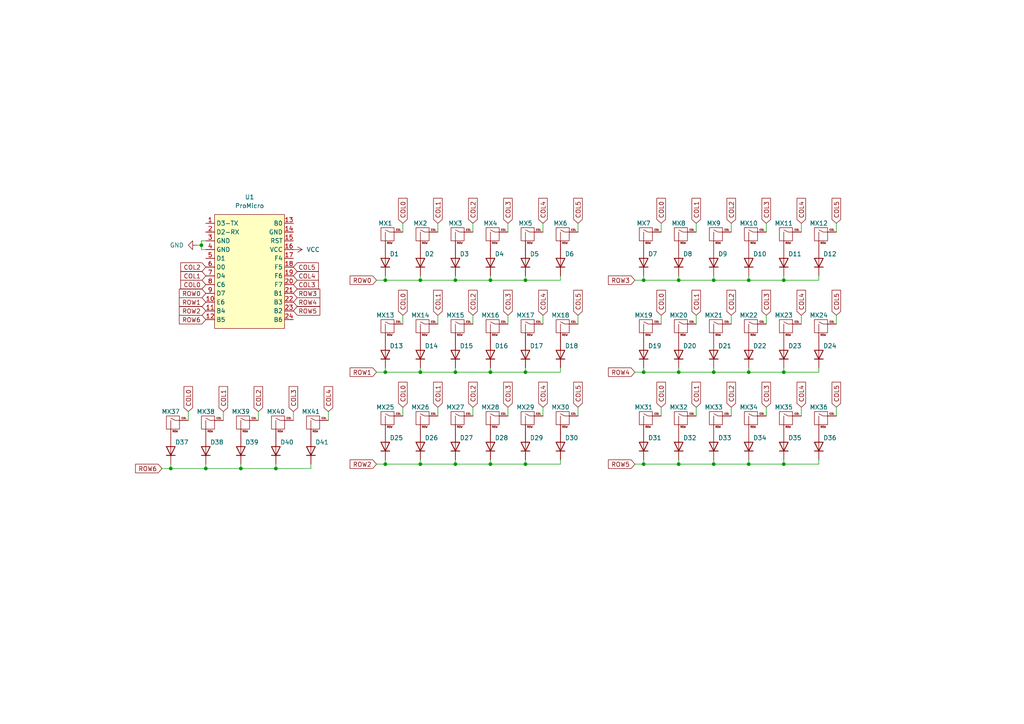
<source format=kicad_sch>
(kicad_sch (version 20230121) (generator eeschema)
  (paper "A4")
  (lib_symbols
    (symbol "Diode:1N4148" (pin_numbers hide) (pin_names hide)
      (property "Reference" "D" (at 0 2.54 0))
      (property "Value" "1N4148" (at 0 -2.54 0))
      (symbol "1N4148_0_1"
        (polyline (pts (xy -1.27 1.27) (xy -1.27 -1.27)) (stroke (width 0.254)))
        (polyline (pts (xy 1.27 0) (xy -1.27 0)))
        (polyline (pts (xy 1.27 1.27) (xy 1.27 -1.27) (xy -1.27 0) (xy 1.27 1.27)) (stroke (width 0.254)))
      )
      (symbol "1N4148_1_1"
        (pin passive line (at -3.81 0 0) (length 2.54) (name "K") (number "1"))
        (pin passive line (at 3.81 0 180) (length 2.54) (name "A") (number "2"))
      )
    )
    (symbol "PCM_0xcb:MX" (pin_names (offset 1.016))
      (property "Reference" "MX" (at -0.635 1.905 0))
      (property "Value" "MX" (at 0.635 0.635 0))
      (symbol "MX_1_0"
        (text "COL" (at 2.54 0.635 0) (effects (font (size 0.508 0.508))))
      )
      (symbol "MX_1_1"
        (polyline (pts (xy -1.27 -2.54) (xy -1.27 0)))
        (polyline (pts (xy 1.27 0) (xy 0 0) (xy -1.27 0.635)))
        (polyline (pts (xy -2.54 1.27) (xy 1.27 1.27) (xy 1.27 -2.54) (xy -2.54 -2.54) (xy -2.54 1.27)))
        (text "ROW" (at 0 -3.175 0) (effects (font (size 0.508 0.508))))
        (pin passive line (at 3.81 0 180) (length 2.54) (name "COL") (number "1"))
        (pin passive line (at -1.27 -5.08 90) (length 2.54) (name "ROW") (number "2"))
      )
    )
    (symbol "PCM_marbastlib-promicroish:Arduino_ProMicro" (in_bom no)
      (property "Reference" "U" (at 0 20.32 0))
      (property "Value" "ProMicro" (at 0 17.78 0))
      (symbol "Arduino_ProMicro_0_0"
        (pin bidirectional line (at -12.7 13.97 0) (length 2.54) (name "D3-TX") (number "1"))
        (pin bidirectional line (at -12.7 -8.89 0) (length 2.54) (name "E6") (number "10"))
        (pin bidirectional line (at -12.7 -11.43 0) (length 2.54) (name "B4") (number "11"))
        (pin bidirectional line (at -12.7 -13.97 0) (length 2.54) (name "B5") (number "12"))
        (pin power_out line (at 12.7 11.43 180) (length 2.54) (name "GND") (number "14"))
        (pin bidirectional line (at 12.7 8.89 180) (length 2.54) (name "RST") (number "15"))
        (pin bidirectional line (at 12.7 3.81 180) (length 2.54) (name "F4") (number "17"))
        (pin bidirectional line (at 12.7 1.27 180) (length 2.54) (name "F5") (number "18"))
        (pin bidirectional line (at 12.7 -1.27 180) (length 2.54) (name "F6") (number "19"))
        (pin bidirectional line (at -12.7 11.43 0) (length 2.54) (name "D2-RX") (number "2"))
        (pin bidirectional line (at 12.7 -3.81 180) (length 2.54) (name "F7") (number "20"))
        (pin bidirectional line (at 12.7 -6.35 180) (length 2.54) (name "B1") (number "21"))
        (pin bidirectional line (at 12.7 -8.89 180) (length 2.54) (name "B3") (number "22"))
        (pin bidirectional line (at 12.7 -11.43 180) (length 2.54) (name "B2") (number "23"))
        (pin bidirectional line (at 12.7 -13.97 180) (length 2.54) (name "B6") (number "24"))
        (pin power_out line (at -12.7 8.89 0) (length 2.54) (name "GND") (number "3"))
        (pin power_out line (at -12.7 6.35 0) (length 2.54) (name "GND") (number "4"))
        (pin bidirectional line (at -12.7 3.81 0) (length 2.54) (name "D1") (number "5"))
        (pin bidirectional line (at -12.7 1.27 0) (length 2.54) (name "D0") (number "6"))
        (pin bidirectional line (at -12.7 -1.27 0) (length 2.54) (name "D4") (number "7"))
        (pin bidirectional line (at -12.7 -3.81 0) (length 2.54) (name "C6") (number "8"))
        (pin bidirectional line (at -12.7 -6.35 0) (length 2.54) (name "D7") (number "9"))
      )
      (symbol "Arduino_ProMicro_1_0"
        (pin bidirectional line (at 12.7 13.97 180) (length 2.54) (name "B0") (number "13"))
        (pin power_out line (at 12.7 6.35 180) (length 2.54) (name "VCC") (number "16"))
      )
      (symbol "Arduino_ProMicro_1_1"
        (rectangle (start -10.16 16.51) (end 10.16 -16.51) (fill (type background)))
      )
    )
    (symbol "power:GND" (power) (pin_names (offset 0))
      (property "Value" "GND" (at 0 -3.81 0))
      (symbol "GND_0_1"
        (polyline (pts (xy 0 0) (xy 0 -1.27) (xy 1.27 -1.27) (xy 0 -2.54) (xy -1.27 -1.27) (xy 0 -1.27)))
      )
      (symbol "GND_1_1"
        (pin power_in line (at 0 0 270) (length 0) hide (name "GND") (number "1"))
      )
    )
    (symbol "power:VCC" (power) (pin_names (offset 0))
      (property "Value" "VCC" (at 0 3.81 0))
      (symbol "VCC_0_1"
        (polyline (pts (xy -0.762 1.27) (xy 0 2.54)))
        (polyline (pts (xy 0 0) (xy 0 2.54)))
        (polyline (pts (xy 0 2.54) (xy 0.762 1.27)))
      )
      (symbol "VCC_1_1"
        (pin power_in line (at 0 0 90) (length 0) hide (name "VCC") (number "1"))
      )
    )
  )
  (junction (at 152.4 81.28))
  (junction (at 80.01 135.89))
  (junction (at 207.01 134.62))
  (junction (at 217.17 81.28))
  (junction (at 49.53 135.89))
  (junction (at 69.85 135.89))
  (junction (at 207.01 107.95))
  (junction (at 111.76 107.95))
  (junction (at 58.42 71.12))
  (junction (at 227.33 107.95))
  (junction (at 196.85 134.62))
  (junction (at 121.92 81.28))
  (junction (at 196.85 81.28))
  (junction (at 121.92 134.62))
  (junction (at 196.85 107.95))
  (junction (at 111.76 134.62))
  (junction (at 121.92 107.95))
  (junction (at 142.24 134.62))
  (junction (at 186.69 134.62))
  (junction (at 217.17 107.95))
  (junction (at 152.4 107.95))
  (junction (at 227.33 134.62))
  (junction (at 217.17 134.62))
  (junction (at 132.08 81.28))
  (junction (at 152.4 134.62))
  (junction (at 111.76 81.28))
  (junction (at 132.08 134.62))
  (junction (at 227.33 81.28))
  (junction (at 207.01 81.28))
  (junction (at 142.24 107.95))
  (junction (at 186.69 107.95))
  (junction (at 142.24 81.28))
  (junction (at 59.69 135.89))
  (junction (at 132.08 107.95))
  (junction (at 186.69 81.28))
  (wire (pts (xy 49.53 135.89) (xy 46.99 135.89)))
  (wire (pts (xy 121.92 106.68) (xy 121.92 107.95)))
  (wire (pts (xy 217.17 134.62) (xy 227.33 134.62)))
  (wire (pts (xy 111.76 107.95) (xy 121.92 107.95)))
  (wire (pts (xy 127 64.77) (xy 127 67.31)))
  (wire (pts (xy 69.85 134.62) (xy 69.85 135.89)))
  (wire (pts (xy 95.25 119.38) (xy 95.25 121.92)))
  (wire (pts (xy 111.76 134.62) (xy 109.22 134.62)))
  (wire (pts (xy 59.69 134.62) (xy 59.69 135.89)))
  (wire (pts (xy 186.69 134.62) (xy 196.85 134.62)))
  (wire (pts (xy 152.4 133.35) (xy 152.4 134.62)))
  (wire (pts (xy 227.33 133.35) (xy 227.33 134.62)))
  (wire (pts (xy 80.01 135.89) (xy 90.17 135.89)))
  (wire (pts (xy 152.4 134.62) (xy 162.56 134.62)))
  (wire (pts (xy 74.93 119.38) (xy 74.93 121.92)))
  (wire (pts (xy 157.48 64.77) (xy 157.48 67.31)))
  (wire (pts (xy 147.32 118.11) (xy 147.32 120.65)))
  (wire (pts (xy 242.57 118.11) (xy 242.57 120.65)))
  (wire (pts (xy 186.69 133.35) (xy 186.69 134.62)))
  (wire (pts (xy 111.76 134.62) (xy 121.92 134.62)))
  (wire (pts (xy 217.17 107.95) (xy 227.33 107.95)))
  (wire (pts (xy 207.01 133.35) (xy 207.01 134.62)))
  (wire (pts (xy 232.41 64.77) (xy 232.41 67.31)))
  (wire (pts (xy 59.69 69.85) (xy 58.42 69.85)))
  (wire (pts (xy 207.01 134.62) (xy 217.17 134.62)))
  (wire (pts (xy 237.49 106.68) (xy 237.49 107.95)))
  (wire (pts (xy 121.92 107.95) (xy 132.08 107.95)))
  (wire (pts (xy 162.56 133.35) (xy 162.56 134.62)))
  (wire (pts (xy 90.17 134.62) (xy 90.17 135.89)))
  (wire (pts (xy 111.76 81.28) (xy 121.92 81.28)))
  (wire (pts (xy 242.57 64.77) (xy 242.57 67.31)))
  (wire (pts (xy 207.01 106.68) (xy 207.01 107.95)))
  (wire (pts (xy 222.25 118.11) (xy 222.25 120.65)))
  (wire (pts (xy 207.01 80.01) (xy 207.01 81.28)))
  (wire (pts (xy 111.76 80.01) (xy 111.76 81.28)))
  (wire (pts (xy 121.92 134.62) (xy 132.08 134.62)))
  (wire (pts (xy 111.76 133.35) (xy 111.76 134.62)))
  (wire (pts (xy 201.93 91.44) (xy 201.93 93.98)))
  (wire (pts (xy 111.76 106.68) (xy 111.76 107.95)))
  (wire (pts (xy 127 91.44) (xy 127 93.98)))
  (wire (pts (xy 162.56 80.01) (xy 162.56 81.28)))
  (wire (pts (xy 227.33 81.28) (xy 237.49 81.28)))
  (wire (pts (xy 142.24 80.01) (xy 142.24 81.28)))
  (wire (pts (xy 237.49 133.35) (xy 237.49 134.62)))
  (wire (pts (xy 80.01 134.62) (xy 80.01 135.89)))
  (wire (pts (xy 191.77 91.44) (xy 191.77 93.98)))
  (wire (pts (xy 116.84 118.11) (xy 116.84 120.65)))
  (wire (pts (xy 186.69 80.01) (xy 186.69 81.28)))
  (wire (pts (xy 196.85 107.95) (xy 207.01 107.95)))
  (wire (pts (xy 132.08 80.01) (xy 132.08 81.28)))
  (wire (pts (xy 142.24 134.62) (xy 152.4 134.62)))
  (wire (pts (xy 167.64 91.44) (xy 167.64 93.98)))
  (wire (pts (xy 59.69 72.39) (xy 58.42 72.39)))
  (wire (pts (xy 212.09 64.77) (xy 212.09 67.31)))
  (wire (pts (xy 157.48 91.44) (xy 157.48 93.98)))
  (wire (pts (xy 152.4 80.01) (xy 152.4 81.28)))
  (wire (pts (xy 222.25 64.77) (xy 222.25 67.31)))
  (wire (pts (xy 167.64 118.11) (xy 167.64 120.65)))
  (wire (pts (xy 132.08 107.95) (xy 142.24 107.95)))
  (wire (pts (xy 196.85 133.35) (xy 196.85 134.62)))
  (wire (pts (xy 217.17 81.28) (xy 227.33 81.28)))
  (wire (pts (xy 207.01 81.28) (xy 217.17 81.28)))
  (wire (pts (xy 49.53 135.89) (xy 59.69 135.89)))
  (wire (pts (xy 196.85 80.01) (xy 196.85 81.28)))
  (wire (pts (xy 132.08 133.35) (xy 132.08 134.62)))
  (wire (pts (xy 227.33 106.68) (xy 227.33 107.95)))
  (wire (pts (xy 186.69 134.62) (xy 184.15 134.62)))
  (wire (pts (xy 212.09 91.44) (xy 212.09 93.98)))
  (wire (pts (xy 116.84 91.44) (xy 116.84 93.98)))
  (wire (pts (xy 127 118.11) (xy 127 120.65)))
  (wire (pts (xy 191.77 64.77) (xy 191.77 67.31)))
  (wire (pts (xy 121.92 80.01) (xy 121.92 81.28)))
  (wire (pts (xy 59.69 135.89) (xy 69.85 135.89)))
  (wire (pts (xy 242.57 91.44) (xy 242.57 93.98)))
  (wire (pts (xy 227.33 134.62) (xy 237.49 134.62)))
  (wire (pts (xy 237.49 80.01) (xy 237.49 81.28)))
  (wire (pts (xy 186.69 107.95) (xy 184.15 107.95)))
  (wire (pts (xy 147.32 91.44) (xy 147.32 93.98)))
  (wire (pts (xy 157.48 118.11) (xy 157.48 120.65)))
  (wire (pts (xy 222.25 91.44) (xy 222.25 93.98)))
  (wire (pts (xy 227.33 107.95) (xy 237.49 107.95)))
  (wire (pts (xy 58.42 71.12) (xy 57.15 71.12)))
  (wire (pts (xy 132.08 134.62) (xy 142.24 134.62)))
  (wire (pts (xy 186.69 81.28) (xy 196.85 81.28)))
  (wire (pts (xy 137.16 118.11) (xy 137.16 120.65)))
  (wire (pts (xy 152.4 106.68) (xy 152.4 107.95)))
  (wire (pts (xy 217.17 80.01) (xy 217.17 81.28)))
  (wire (pts (xy 58.42 69.85) (xy 58.42 71.12)))
  (wire (pts (xy 54.61 119.38) (xy 54.61 121.92)))
  (wire (pts (xy 167.64 64.77) (xy 167.64 67.31)))
  (wire (pts (xy 111.76 107.95) (xy 109.22 107.95)))
  (wire (pts (xy 132.08 81.28) (xy 142.24 81.28)))
  (wire (pts (xy 232.41 91.44) (xy 232.41 93.98)))
  (wire (pts (xy 152.4 107.95) (xy 162.56 107.95)))
  (wire (pts (xy 212.09 118.11) (xy 212.09 120.65)))
  (wire (pts (xy 196.85 106.68) (xy 196.85 107.95)))
  (wire (pts (xy 227.33 80.01) (xy 227.33 81.28)))
  (wire (pts (xy 152.4 81.28) (xy 162.56 81.28)))
  (wire (pts (xy 116.84 64.77) (xy 116.84 67.31)))
  (wire (pts (xy 142.24 81.28) (xy 152.4 81.28)))
  (wire (pts (xy 186.69 106.68) (xy 186.69 107.95)))
  (wire (pts (xy 137.16 64.77) (xy 137.16 67.31)))
  (wire (pts (xy 201.93 64.77) (xy 201.93 67.31)))
  (wire (pts (xy 196.85 134.62) (xy 207.01 134.62)))
  (wire (pts (xy 217.17 106.68) (xy 217.17 107.95)))
  (wire (pts (xy 186.69 81.28) (xy 184.15 81.28)))
  (wire (pts (xy 201.93 118.11) (xy 201.93 120.65)))
  (wire (pts (xy 142.24 106.68) (xy 142.24 107.95)))
  (wire (pts (xy 147.32 64.77) (xy 147.32 67.31)))
  (wire (pts (xy 196.85 81.28) (xy 207.01 81.28)))
  (wire (pts (xy 85.09 119.38) (xy 85.09 121.92)))
  (wire (pts (xy 142.24 133.35) (xy 142.24 134.62)))
  (wire (pts (xy 111.76 81.28) (xy 109.22 81.28)))
  (wire (pts (xy 186.69 107.95) (xy 196.85 107.95)))
  (wire (pts (xy 162.56 106.68) (xy 162.56 107.95)))
  (wire (pts (xy 49.53 134.62) (xy 49.53 135.89)))
  (wire (pts (xy 121.92 133.35) (xy 121.92 134.62)))
  (wire (pts (xy 121.92 81.28) (xy 132.08 81.28)))
  (wire (pts (xy 232.41 118.11) (xy 232.41 120.65)))
  (wire (pts (xy 69.85 135.89) (xy 80.01 135.89)))
  (wire (pts (xy 207.01 107.95) (xy 217.17 107.95)))
  (wire (pts (xy 132.08 106.68) (xy 132.08 107.95)))
  (wire (pts (xy 64.77 119.38) (xy 64.77 121.92)))
  (wire (pts (xy 137.16 91.44) (xy 137.16 93.98)))
  (wire (pts (xy 217.17 133.35) (xy 217.17 134.62)))
  (wire (pts (xy 191.77 118.11) (xy 191.77 120.65)))
  (wire (pts (xy 58.42 72.39) (xy 58.42 71.12)))
  (wire (pts (xy 142.24 107.95) (xy 152.4 107.95)))
  (global_label "ROW3" (shape input) (at 85.09 85.09 0) (property "Intersheetrefs" "${INTERSHEET_REFS}" (effects hide)))
  (global_label "COL5" (shape input) (at 167.64 64.77 90) (property "Intersheetrefs" "${INTERSHEET_REFS}" (effects hide)))
  (global_label "ROW5" (shape input) (at 85.09 90.17 0) (property "Intersheetrefs" "${INTERSHEET_REFS}" (effects hide)))
  (global_label "COL2" (shape input) (at 137.16 91.44 90) (property "Intersheetrefs" "${INTERSHEET_REFS}" (effects hide)))
  (global_label "COL4" (shape input) (at 157.48 91.44 90) (property "Intersheetrefs" "${INTERSHEET_REFS}" (effects hide)))
  (global_label "COL2" (shape input) (at 212.09 91.44 90) (property "Intersheetrefs" "${INTERSHEET_REFS}" (effects hide)))
  (global_label "COL1" (shape input) (at 201.93 64.77 90) (property "Intersheetrefs" "${INTERSHEET_REFS}" (effects hide)))
  (global_label "COL3" (shape input) (at 222.25 118.11 90) (property "Intersheetrefs" "${INTERSHEET_REFS}" (effects hide)))
  (global_label "COL2" (shape input) (at 74.93 119.38 90) (property "Intersheetrefs" "${INTERSHEET_REFS}" (effects hide)))
  (global_label "ROW3" (shape input) (at 184.15 81.28 180) (property "Intersheetrefs" "${INTERSHEET_REFS}" (effects hide)))
  (global_label "COL4" (shape input) (at 232.41 64.77 90) (property "Intersheetrefs" "${INTERSHEET_REFS}" (effects hide)))
  (global_label "ROW0" (shape input) (at 59.69 85.09 180) (property "Intersheetrefs" "${INTERSHEET_REFS}" (effects hide)))
  (global_label "COL0" (shape input) (at 191.77 64.77 90) (property "Intersheetrefs" "${INTERSHEET_REFS}" (effects hide)))
  (global_label "COL4" (shape input) (at 157.48 118.11 90) (property "Intersheetrefs" "${INTERSHEET_REFS}" (effects hide)))
  (global_label "ROW1" (shape input) (at 59.69 87.63 180) (property "Intersheetrefs" "${INTERSHEET_REFS}" (effects hide)))
  (global_label "COL2" (shape input) (at 212.09 64.77 90) (property "Intersheetrefs" "${INTERSHEET_REFS}" (effects hide)))
  (global_label "COL5" (shape input) (at 85.09 77.47 0) (property "Intersheetrefs" "${INTERSHEET_REFS}" (effects hide)))
  (global_label "COL1" (shape input) (at 201.93 91.44 90) (property "Intersheetrefs" "${INTERSHEET_REFS}" (effects hide)))
  (global_label "COL0" (shape input) (at 116.84 118.11 90) (property "Intersheetrefs" "${INTERSHEET_REFS}" (effects hide)))
  (global_label "COL5" (shape input) (at 167.64 91.44 90) (property "Intersheetrefs" "${INTERSHEET_REFS}" (effects hide)))
  (global_label "COL2" (shape input) (at 59.69 77.47 180) (property "Intersheetrefs" "${INTERSHEET_REFS}" (effects hide)))
  (global_label "COL2" (shape input) (at 137.16 64.77 90) (property "Intersheetrefs" "${INTERSHEET_REFS}" (effects hide)))
  (global_label "COL5" (shape input) (at 242.57 64.77 90) (property "Intersheetrefs" "${INTERSHEET_REFS}" (effects hide)))
  (global_label "ROW5" (shape input) (at 184.15 134.62 180) (property "Intersheetrefs" "${INTERSHEET_REFS}" (effects hide)))
  (global_label "COL3" (shape input) (at 85.09 119.38 90) (property "Intersheetrefs" "${INTERSHEET_REFS}" (effects hide)))
  (global_label "COL3" (shape input) (at 85.09 82.55 0) (property "Intersheetrefs" "${INTERSHEET_REFS}" (effects hide)))
  (global_label "COL1" (shape input) (at 64.77 119.38 90) (property "Intersheetrefs" "${INTERSHEET_REFS}" (effects hide)))
  (global_label "COL3" (shape input) (at 222.25 64.77 90) (property "Intersheetrefs" "${INTERSHEET_REFS}" (effects hide)))
  (global_label "COL2" (shape input) (at 137.16 118.11 90) (property "Intersheetrefs" "${INTERSHEET_REFS}" (effects hide)))
  (global_label "COL4" (shape input) (at 95.25 119.38 90) (property "Intersheetrefs" "${INTERSHEET_REFS}" (effects hide)))
  (global_label "COL1" (shape input) (at 59.69 80.01 180) (property "Intersheetrefs" "${INTERSHEET_REFS}" (effects hide)))
  (global_label "ROW0" (shape input) (at 109.22 81.28 180) (property "Intersheetrefs" "${INTERSHEET_REFS}" (effects hide)))
  (global_label "ROW2" (shape input) (at 59.69 90.17 180) (property "Intersheetrefs" "${INTERSHEET_REFS}" (effects hide)))
  (global_label "COL4" (shape input) (at 232.41 91.44 90) (property "Intersheetrefs" "${INTERSHEET_REFS}" (effects hide)))
  (global_label "COL5" (shape input) (at 167.64 118.11 90) (property "Intersheetrefs" "${INTERSHEET_REFS}" (effects hide)))
  (global_label "COL2" (shape input) (at 212.09 118.11 90) (property "Intersheetrefs" "${INTERSHEET_REFS}" (effects hide)))
  (global_label "COL1" (shape input) (at 127 118.11 90) (property "Intersheetrefs" "${INTERSHEET_REFS}" (effects hide)))
  (global_label "ROW2" (shape input) (at 109.22 134.62 180) (property "Intersheetrefs" "${INTERSHEET_REFS}" (effects hide)))
  (global_label "COL1" (shape input) (at 127 91.44 90) (property "Intersheetrefs" "${INTERSHEET_REFS}" (effects hide)))
  (global_label "ROW4" (shape input) (at 184.15 107.95 180) (property "Intersheetrefs" "${INTERSHEET_REFS}" (effects hide)))
  (global_label "COL0" (shape input) (at 59.69 82.55 180) (property "Intersheetrefs" "${INTERSHEET_REFS}" (effects hide)))
  (global_label "COL4" (shape input) (at 85.09 80.01 0) (property "Intersheetrefs" "${INTERSHEET_REFS}" (effects hide)))
  (global_label "COL3" (shape input) (at 222.25 91.44 90) (property "Intersheetrefs" "${INTERSHEET_REFS}" (effects hide)))
  (global_label "ROW4" (shape input) (at 85.09 87.63 0) (property "Intersheetrefs" "${INTERSHEET_REFS}" (effects hide)))
  (global_label "COL5" (shape input) (at 242.57 118.11 90) (property "Intersheetrefs" "${INTERSHEET_REFS}" (effects hide)))
  (global_label "COL3" (shape input) (at 147.32 64.77 90) (property "Intersheetrefs" "${INTERSHEET_REFS}" (effects hide)))
  (global_label "COL0" (shape input) (at 116.84 64.77 90) (property "Intersheetrefs" "${INTERSHEET_REFS}" (effects hide)))
  (global_label "ROW6" (shape input) (at 59.69 92.71 180) (property "Intersheetrefs" "${INTERSHEET_REFS}" (effects hide)))
  (global_label "COL4" (shape input) (at 157.48 64.77 90) (property "Intersheetrefs" "${INTERSHEET_REFS}" (effects hide)))
  (global_label "COL3" (shape input) (at 147.32 118.11 90) (property "Intersheetrefs" "${INTERSHEET_REFS}" (effects hide)))
  (global_label "COL1" (shape input) (at 201.93 118.11 90) (property "Intersheetrefs" "${INTERSHEET_REFS}" (effects hide)))
  (global_label "COL0" (shape input) (at 191.77 118.11 90) (property "Intersheetrefs" "${INTERSHEET_REFS}" (effects hide)))
  (global_label "COL3" (shape input) (at 147.32 91.44 90) (property "Intersheetrefs" "${INTERSHEET_REFS}" (effects hide)))
  (global_label "COL0" (shape input) (at 191.77 91.44 90) (property "Intersheetrefs" "${INTERSHEET_REFS}" (effects hide)))
  (global_label "COL5" (shape input) (at 242.57 91.44 90) (property "Intersheetrefs" "${INTERSHEET_REFS}" (effects hide)))
  (global_label "COL1" (shape input) (at 127 64.77 90) (property "Intersheetrefs" "${INTERSHEET_REFS}" (effects hide)))
  (global_label "ROW6" (shape input) (at 46.99 135.89 180) (property "Intersheetrefs" "${INTERSHEET_REFS}" (effects hide)))
  (global_label "COL4" (shape input) (at 232.41 118.11 90) (property "Intersheetrefs" "${INTERSHEET_REFS}" (effects hide)))
  (global_label "ROW1" (shape input) (at 109.22 107.95 180) (property "Intersheetrefs" "${INTERSHEET_REFS}" (effects hide)))
  (global_label "COL0" (shape input) (at 116.84 91.44 90) (property "Intersheetrefs" "${INTERSHEET_REFS}" (effects hide)))
  (global_label "COL0" (shape input) (at 54.61 119.38 90) (property "Intersheetrefs" "${INTERSHEET_REFS}" (effects hide)))
  (symbol (lib_id "PCM_0xcb:MX") (at 198.12 120.65 0) (unit 1)
    (property "Reference" "MX32" (at 196.85 118.11 0))
    (property "Value" "MX" (effects hide))
    (property "Footprint" "MX_Solderable:MX-Solderable-1U" (effects hide))
  )
  (symbol (lib_id "PCM_0xcb:MX") (at 143.51 120.65 0) (unit 1)
    (property "Reference" "MX28" (at 142.24 118.11 0))
    (property "Value" "MX" (effects hide))
    (property "Footprint" "MX_Solderable:MX-Solderable-1U" (effects hide))
  )
  (symbol (lib_id "Diode:1N4148") (at 186.69 102.87 90) (unit 1)
    (property "Reference" "D19" (at 187.96 100.33 90) (effects (justify right)))
    (property "Value" "1N4148" (effects hide))
    (property "Footprint" "Diode_THT:D_DO-35_SOD27_P7.62mm_Horizontal" (effects hide))
    (property "Datasheet" "https://assets.nexperia.com/documents/data-sheet/1N4148_1N4448.pdf" (effects hide))
    (property "Sim.Device" "D" (effects hide))
    (property "Sim.Pins" "1=K 2=A" (effects hide))
  )
  (symbol (lib_id "Diode:1N4148") (at 207.01 129.54 90) (unit 1)
    (property "Reference" "D33" (at 208.28 127 90) (effects (justify right)))
    (property "Value" "1N4148" (effects hide))
    (property "Footprint" "Diode_THT:D_DO-35_SOD27_P7.62mm_Horizontal" (effects hide))
    (property "Datasheet" "https://assets.nexperia.com/documents/data-sheet/1N4148_1N4448.pdf" (effects hide))
    (property "Sim.Device" "D" (effects hide))
    (property "Sim.Pins" "1=K 2=A" (effects hide))
  )
  (symbol (lib_id "PCM_0xcb:MX") (at 208.28 67.31 0) (unit 1)
    (property "Reference" "MX9" (at 207.01 64.77 0))
    (property "Value" "MX" (effects hide))
    (property "Footprint" "MX_Solderable:MX-Solderable-1U" (effects hide))
  )
  (symbol (lib_id "Diode:1N4148") (at 90.17 130.81 90) (unit 1)
    (property "Reference" "D41" (at 91.44 128.27 90) (effects (justify right)))
    (property "Value" "1N4148" (effects hide))
    (property "Footprint" "Diode_THT:D_DO-35_SOD27_P7.62mm_Horizontal" (effects hide))
    (property "Datasheet" "https://assets.nexperia.com/documents/data-sheet/1N4148_1N4448.pdf" (effects hide))
    (property "Sim.Device" "D" (effects hide))
    (property "Sim.Pins" "1=K 2=A" (effects hide))
  )
  (symbol (lib_id "Diode:1N4148") (at 111.76 102.87 90) (unit 1)
    (property "Reference" "D13" (at 113.03 100.33 90) (effects (justify right)))
    (property "Value" "1N4148" (effects hide))
    (property "Footprint" "Diode_THT:D_DO-35_SOD27_P7.62mm_Horizontal" (effects hide))
    (property "Datasheet" "https://assets.nexperia.com/documents/data-sheet/1N4148_1N4448.pdf" (effects hide))
    (property "Sim.Device" "D" (effects hide))
    (property "Sim.Pins" "1=K 2=A" (effects hide))
  )
  (symbol (lib_id "Diode:1N4148") (at 186.69 129.54 90) (unit 1)
    (property "Reference" "D31" (at 187.96 127 90) (effects (justify right)))
    (property "Value" "1N4148" (effects hide))
    (property "Footprint" "Diode_THT:D_DO-35_SOD27_P7.62mm_Horizontal" (effects hide))
    (property "Datasheet" "https://assets.nexperia.com/documents/data-sheet/1N4148_1N4448.pdf" (effects hide))
    (property "Sim.Device" "D" (effects hide))
    (property "Sim.Pins" "1=K 2=A" (effects hide))
  )
  (symbol (lib_id "PCM_0xcb:MX") (at 198.12 93.98 0) (unit 1)
    (property "Reference" "MX20" (at 196.85 91.44 0))
    (property "Value" "MX" (effects hide))
    (property "Footprint" "MX_Solderable:MX-Solderable-1U" (effects hide))
  )
  (symbol (lib_id "Diode:1N4148") (at 59.69 130.81 90) (unit 1)
    (property "Reference" "D38" (at 60.96 128.27 90) (effects (justify right)))
    (property "Value" "1N4148" (effects hide))
    (property "Footprint" "Diode_THT:D_DO-35_SOD27_P7.62mm_Horizontal" (effects hide))
    (property "Datasheet" "https://assets.nexperia.com/documents/data-sheet/1N4148_1N4448.pdf" (effects hide))
    (property "Sim.Device" "D" (effects hide))
    (property "Sim.Pins" "1=K 2=A" (effects hide))
  )
  (symbol (lib_id "Diode:1N4148") (at 132.08 76.2 90) (unit 1)
    (property "Reference" "D3" (at 133.35 73.66 90) (effects (justify right)))
    (property "Value" "1N4148" (effects hide))
    (property "Footprint" "Diode_THT:D_DO-35_SOD27_P7.62mm_Horizontal" (effects hide))
    (property "Datasheet" "https://assets.nexperia.com/documents/data-sheet/1N4148_1N4448.pdf" (effects hide))
    (property "Sim.Device" "D" (effects hide))
    (property "Sim.Pins" "1=K 2=A" (effects hide))
  )
  (symbol (lib_id "Diode:1N4148") (at 111.76 76.2 90) (unit 1)
    (property "Reference" "D1" (at 113.03 73.66 90) (effects (justify right)))
    (property "Value" "1N4148" (effects hide))
    (property "Footprint" "Diode_THT:D_DO-35_SOD27_P7.62mm_Horizontal" (effects hide))
    (property "Datasheet" "https://assets.nexperia.com/documents/data-sheet/1N4148_1N4448.pdf" (effects hide))
    (property "Sim.Device" "D" (effects hide))
    (property "Sim.Pins" "1=K 2=A" (effects hide))
  )
  (symbol (lib_id "Diode:1N4148") (at 121.92 129.54 90) (unit 1)
    (property "Reference" "D26" (at 123.19 127 90) (effects (justify right)))
    (property "Value" "1N4148" (effects hide))
    (property "Footprint" "Diode_THT:D_DO-35_SOD27_P7.62mm_Horizontal" (effects hide))
    (property "Datasheet" "https://assets.nexperia.com/documents/data-sheet/1N4148_1N4448.pdf" (effects hide))
    (property "Sim.Device" "D" (effects hide))
    (property "Sim.Pins" "1=K 2=A" (effects hide))
  )
  (symbol (lib_id "PCM_0xcb:MX") (at 123.19 120.65 0) (unit 1)
    (property "Reference" "MX26" (at 121.92 118.11 0))
    (property "Value" "MX" (effects hide))
    (property "Footprint" "MX_Solderable:MX-Solderable-1U" (effects hide))
  )
  (symbol (lib_id "Diode:1N4148") (at 121.92 76.2 90) (unit 1)
    (property "Reference" "D2" (at 123.19 73.66 90) (effects (justify right)))
    (property "Value" "1N4148" (effects hide))
    (property "Footprint" "Diode_THT:D_DO-35_SOD27_P7.62mm_Horizontal" (effects hide))
    (property "Datasheet" "https://assets.nexperia.com/documents/data-sheet/1N4148_1N4448.pdf" (effects hide))
    (property "Sim.Device" "D" (effects hide))
    (property "Sim.Pins" "1=K 2=A" (effects hide))
  )
  (symbol (lib_id "Diode:1N4148") (at 142.24 129.54 90) (unit 1)
    (property "Reference" "D28" (at 143.51 127 90) (effects (justify right)))
    (property "Value" "1N4148" (effects hide))
    (property "Footprint" "Diode_THT:D_DO-35_SOD27_P7.62mm_Horizontal" (effects hide))
    (property "Datasheet" "https://assets.nexperia.com/documents/data-sheet/1N4148_1N4448.pdf" (effects hide))
    (property "Sim.Device" "D" (effects hide))
    (property "Sim.Pins" "1=K 2=A" (effects hide))
  )
  (symbol (lib_id "PCM_0xcb:MX") (at 153.67 93.98 0) (unit 1)
    (property "Reference" "MX17" (at 152.4 91.44 0))
    (property "Value" "MX" (effects hide))
    (property "Footprint" "MX_Solderable:MX-Solderable-1U" (effects hide))
  )
  (symbol (lib_id "PCM_0xcb:MX") (at 238.76 67.31 0) (unit 1)
    (property "Reference" "MX12" (at 237.49 64.77 0))
    (property "Value" "MX" (effects hide))
    (property "Footprint" "MX_Solderable:MX-Solderable-1U" (effects hide))
  )
  (symbol (lib_id "Diode:1N4148") (at 111.76 129.54 90) (unit 1)
    (property "Reference" "D25" (at 113.03 127 90) (effects (justify right)))
    (property "Value" "1N4148" (effects hide))
    (property "Footprint" "Diode_THT:D_DO-35_SOD27_P7.62mm_Horizontal" (effects hide))
    (property "Datasheet" "https://assets.nexperia.com/documents/data-sheet/1N4148_1N4448.pdf" (effects hide))
    (property "Sim.Device" "D" (effects hide))
    (property "Sim.Pins" "1=K 2=A" (effects hide))
  )
  (symbol (lib_id "Diode:1N4148") (at 121.92 102.87 90) (unit 1)
    (property "Reference" "D14" (at 123.19 100.33 90) (effects (justify right)))
    (property "Value" "1N4148" (effects hide))
    (property "Footprint" "Diode_THT:D_DO-35_SOD27_P7.62mm_Horizontal" (effects hide))
    (property "Datasheet" "https://assets.nexperia.com/documents/data-sheet/1N4148_1N4448.pdf" (effects hide))
    (property "Sim.Device" "D" (effects hide))
    (property "Sim.Pins" "1=K 2=A" (effects hide))
  )
  (symbol (lib_id "Diode:1N4148") (at 162.56 102.87 90) (unit 1)
    (property "Reference" "D18" (at 163.83 100.33 90) (effects (justify right)))
    (property "Value" "1N4148" (effects hide))
    (property "Footprint" "Diode_THT:D_DO-35_SOD27_P7.62mm_Horizontal" (effects hide))
    (property "Datasheet" "https://assets.nexperia.com/documents/data-sheet/1N4148_1N4448.pdf" (effects hide))
    (property "Sim.Device" "D" (effects hide))
    (property "Sim.Pins" "1=K 2=A" (effects hide))
  )
  (symbol (lib_id "Diode:1N4148") (at 237.49 76.2 90) (unit 1)
    (property "Reference" "D12" (at 238.76 73.66 90) (effects (justify right)))
    (property "Value" "1N4148" (effects hide))
    (property "Footprint" "Diode_THT:D_DO-35_SOD27_P7.62mm_Horizontal" (effects hide))
    (property "Datasheet" "https://assets.nexperia.com/documents/data-sheet/1N4148_1N4448.pdf" (effects hide))
    (property "Sim.Device" "D" (effects hide))
    (property "Sim.Pins" "1=K 2=A" (effects hide))
  )
  (symbol (lib_id "Diode:1N4148") (at 217.17 102.87 90) (unit 1)
    (property "Reference" "D22" (at 218.44 100.33 90) (effects (justify right)))
    (property "Value" "1N4148" (effects hide))
    (property "Footprint" "Diode_THT:D_DO-35_SOD27_P7.62mm_Horizontal" (effects hide))
    (property "Datasheet" "https://assets.nexperia.com/documents/data-sheet/1N4148_1N4448.pdf" (effects hide))
    (property "Sim.Device" "D" (effects hide))
    (property "Sim.Pins" "1=K 2=A" (effects hide))
  )
  (symbol (lib_id "PCM_0xcb:MX") (at 163.83 93.98 0) (unit 1)
    (property "Reference" "MX18" (at 162.56 91.44 0))
    (property "Value" "MX" (effects hide))
    (property "Footprint" "MX_Solderable:MX-Solderable-1U" (effects hide))
  )
  (symbol (lib_id "Diode:1N4148") (at 217.17 76.2 90) (unit 1)
    (property "Reference" "D10" (at 218.44 73.66 90) (effects (justify right)))
    (property "Value" "1N4148" (effects hide))
    (property "Footprint" "Diode_THT:D_DO-35_SOD27_P7.62mm_Horizontal" (effects hide))
    (property "Datasheet" "https://assets.nexperia.com/documents/data-sheet/1N4148_1N4448.pdf" (effects hide))
    (property "Sim.Device" "D" (effects hide))
    (property "Sim.Pins" "1=K 2=A" (effects hide))
  )
  (symbol (lib_id "PCM_0xcb:MX") (at 50.8 121.92 0) (unit 1)
    (property "Reference" "MX37" (at 49.53 119.38 0))
    (property "Value" "MX" (effects hide))
    (property "Footprint" "MX_Solderable:MX-Solderable-1U" (effects hide))
  )
  (symbol (lib_id "PCM_0xcb:MX") (at 60.96 121.92 0) (unit 1)
    (property "Reference" "MX38" (at 59.69 119.38 0))
    (property "Value" "MX" (effects hide))
    (property "Footprint" "MX_Solderable:MX-Solderable-1U" (effects hide))
  )
  (symbol (lib_id "Diode:1N4148") (at 207.01 102.87 90) (unit 1)
    (property "Reference" "D21" (at 208.28 100.33 90) (effects (justify right)))
    (property "Value" "1N4148" (effects hide))
    (property "Footprint" "Diode_THT:D_DO-35_SOD27_P7.62mm_Horizontal" (effects hide))
    (property "Datasheet" "https://assets.nexperia.com/documents/data-sheet/1N4148_1N4448.pdf" (effects hide))
    (property "Sim.Device" "D" (effects hide))
    (property "Sim.Pins" "1=K 2=A" (effects hide))
  )
  (symbol (lib_id "PCM_0xcb:MX") (at 228.6 67.31 0) (unit 1)
    (property "Reference" "MX11" (at 227.33 64.77 0))
    (property "Value" "MX" (effects hide))
    (property "Footprint" "MX_Solderable:MX-Solderable-1U" (effects hide))
  )
  (symbol (lib_id "PCM_0xcb:MX") (at 187.96 120.65 0) (unit 1)
    (property "Reference" "MX31" (at 186.69 118.11 0))
    (property "Value" "MX" (effects hide))
    (property "Footprint" "MX_Solderable:MX-Solderable-1U" (effects hide))
  )
  (symbol (lib_id "PCM_marbastlib-promicroish:Arduino_ProMicro") (at 72.39 78.74 0) (unit 1) (in_bom no)
    (property "Reference" "U1" (at 72.39 57.15 0))
    (property "Value" "ProMicro" (at 72.39 59.69 0))
    (property "Footprint" "PCM_marbastlib-xp-promicroish:ProMicro_USBup" (effects hide))
  )
  (symbol (lib_id "Diode:1N4148") (at 142.24 76.2 90) (unit 1)
    (property "Reference" "D4" (at 143.51 73.66 90) (effects (justify right)))
    (property "Value" "1N4148" (effects hide))
    (property "Footprint" "Diode_THT:D_DO-35_SOD27_P7.62mm_Horizontal" (effects hide))
    (property "Datasheet" "https://assets.nexperia.com/documents/data-sheet/1N4148_1N4448.pdf" (effects hide))
    (property "Sim.Device" "D" (effects hide))
    (property "Sim.Pins" "1=K 2=A" (effects hide))
  )
  (symbol (lib_id "PCM_0xcb:MX") (at 198.12 67.31 0) (unit 1)
    (property "Reference" "MX8" (at 196.85 64.77 0))
    (property "Value" "MX" (effects hide))
    (property "Footprint" "MX_Solderable:MX-Solderable-1U" (effects hide))
  )
  (symbol (lib_id "Diode:1N4148") (at 132.08 102.87 90) (unit 1)
    (property "Reference" "D15" (at 133.35 100.33 90) (effects (justify right)))
    (property "Value" "1N4148" (effects hide))
    (property "Footprint" "Diode_THT:D_DO-35_SOD27_P7.62mm_Horizontal" (effects hide))
    (property "Datasheet" "https://assets.nexperia.com/documents/data-sheet/1N4148_1N4448.pdf" (effects hide))
    (property "Sim.Device" "D" (effects hide))
    (property "Sim.Pins" "1=K 2=A" (effects hide))
  )
  (symbol (lib_id "Diode:1N4148") (at 152.4 102.87 90) (unit 1)
    (property "Reference" "D17" (at 153.67 100.33 90) (effects (justify right)))
    (property "Value" "1N4148" (effects hide))
    (property "Footprint" "Diode_THT:D_DO-35_SOD27_P7.62mm_Horizontal" (effects hide))
    (property "Datasheet" "https://assets.nexperia.com/documents/data-sheet/1N4148_1N4448.pdf" (effects hide))
    (property "Sim.Device" "D" (effects hide))
    (property "Sim.Pins" "1=K 2=A" (effects hide))
  )
  (symbol (lib_id "Diode:1N4148") (at 49.53 130.81 90) (unit 1)
    (property "Reference" "D37" (at 50.8 128.27 90) (effects (justify right)))
    (property "Value" "1N4148" (effects hide))
    (property "Footprint" "Diode_THT:D_DO-35_SOD27_P7.62mm_Horizontal" (effects hide))
    (property "Datasheet" "https://assets.nexperia.com/documents/data-sheet/1N4148_1N4448.pdf" (effects hide))
    (property "Sim.Device" "D" (effects hide))
    (property "Sim.Pins" "1=K 2=A" (effects hide))
  )
  (symbol (lib_id "PCM_0xcb:MX") (at 113.03 67.31 0) (unit 1)
    (property "Reference" "MX1" (at 111.76 64.77 0))
    (property "Value" "MX" (effects hide))
    (property "Footprint" "MX_Solderable:MX-Solderable-1U" (effects hide))
  )
  (symbol (lib_id "PCM_0xcb:MX") (at 187.96 67.31 0) (unit 1)
    (property "Reference" "MX7" (at 186.69 64.77 0))
    (property "Value" "MX" (effects hide))
    (property "Footprint" "MX_Solderable:MX-Solderable-1U" (effects hide))
  )
  (symbol (lib_id "PCM_0xcb:MX") (at 71.12 121.92 0) (unit 1)
    (property "Reference" "MX39" (at 69.85 119.38 0))
    (property "Value" "MX" (effects hide))
    (property "Footprint" "MX_Solderable:MX-Solderable-2.25U" (effects hide))
  )
  (symbol (lib_id "Diode:1N4148") (at 227.33 102.87 90) (unit 1)
    (property "Reference" "D23" (at 228.6 100.33 90) (effects (justify right)))
    (property "Value" "1N4148" (effects hide))
    (property "Footprint" "Diode_THT:D_DO-35_SOD27_P7.62mm_Horizontal" (effects hide))
    (property "Datasheet" "https://assets.nexperia.com/documents/data-sheet/1N4148_1N4448.pdf" (effects hide))
    (property "Sim.Device" "D" (effects hide))
    (property "Sim.Pins" "1=K 2=A" (effects hide))
  )
  (symbol (lib_id "PCM_0xcb:MX") (at 228.6 120.65 0) (unit 1)
    (property "Reference" "MX35" (at 227.33 118.11 0))
    (property "Value" "MX" (effects hide))
    (property "Footprint" "MX_Solderable:MX-Solderable-1U" (effects hide))
  )
  (symbol (lib_id "PCM_0xcb:MX") (at 218.44 67.31 0) (unit 1)
    (property "Reference" "MX10" (at 217.17 64.77 0))
    (property "Value" "MX" (effects hide))
    (property "Footprint" "MX_Solderable:MX-Solderable-1U" (effects hide))
  )
  (symbol (lib_id "Diode:1N4148") (at 196.85 76.2 90) (unit 1)
    (property "Reference" "D8" (at 198.12 73.66 90) (effects (justify right)))
    (property "Value" "1N4148" (effects hide))
    (property "Footprint" "Diode_THT:D_DO-35_SOD27_P7.62mm_Horizontal" (effects hide))
    (property "Datasheet" "https://assets.nexperia.com/documents/data-sheet/1N4148_1N4448.pdf" (effects hide))
    (property "Sim.Device" "D" (effects hide))
    (property "Sim.Pins" "1=K 2=A" (effects hide))
  )
  (symbol (lib_id "PCM_0xcb:MX") (at 133.35 93.98 0) (unit 1)
    (property "Reference" "MX15" (at 132.08 91.44 0))
    (property "Value" "MX" (effects hide))
    (property "Footprint" "MX_Solderable:MX-Solderable-1U" (effects hide))
  )
  (symbol (lib_id "Diode:1N4148") (at 196.85 102.87 90) (unit 1)
    (property "Reference" "D20" (at 198.12 100.33 90) (effects (justify right)))
    (property "Value" "1N4148" (effects hide))
    (property "Footprint" "Diode_THT:D_DO-35_SOD27_P7.62mm_Horizontal" (effects hide))
    (property "Datasheet" "https://assets.nexperia.com/documents/data-sheet/1N4148_1N4448.pdf" (effects hide))
    (property "Sim.Device" "D" (effects hide))
    (property "Sim.Pins" "1=K 2=A" (effects hide))
  )
  (symbol (lib_id "Diode:1N4148") (at 162.56 76.2 90) (unit 1)
    (property "Reference" "D6" (at 163.83 73.66 90) (effects (justify right)))
    (property "Value" "1N4148" (effects hide))
    (property "Footprint" "Diode_THT:D_DO-35_SOD27_P7.62mm_Horizontal" (effects hide))
    (property "Datasheet" "https://assets.nexperia.com/documents/data-sheet/1N4148_1N4448.pdf" (effects hide))
    (property "Sim.Device" "D" (effects hide))
    (property "Sim.Pins" "1=K 2=A" (effects hide))
  )
  (symbol (lib_id "PCM_0xcb:MX") (at 81.28 121.92 0) (unit 1)
    (property "Reference" "MX40" (at 80.01 119.38 0))
    (property "Value" "MX" (effects hide))
    (property "Footprint" "MX_Solderable:MX-Solderable-1.5U" (effects hide))
  )
  (symbol (lib_id "PCM_0xcb:MX") (at 91.44 121.92 0) (unit 1)
    (property "Reference" "MX41" (at 90.17 119.38 0))
    (property "Value" "MX" (effects hide))
    (property "Footprint" "MX_Solderable:MX-Solderable-1U" (effects hide))
  )
  (symbol (lib_id "PCM_0xcb:MX") (at 133.35 67.31 0) (unit 1)
    (property "Reference" "MX3" (at 132.08 64.77 0))
    (property "Value" "MX" (effects hide))
    (property "Footprint" "MX_Solderable:MX-Solderable-1U" (effects hide))
  )
  (symbol (lib_id "PCM_0xcb:MX") (at 153.67 120.65 0) (unit 1)
    (property "Reference" "MX29" (at 152.4 118.11 0))
    (property "Value" "MX" (effects hide))
    (property "Footprint" "MX_Solderable:MX-Solderable-1U" (effects hide))
  )
  (symbol (lib_id "Diode:1N4148") (at 227.33 76.2 90) (unit 1)
    (property "Reference" "D11" (at 228.6 73.66 90) (effects (justify right)))
    (property "Value" "1N4148" (effects hide))
    (property "Footprint" "Diode_THT:D_DO-35_SOD27_P7.62mm_Horizontal" (effects hide))
    (property "Datasheet" "https://assets.nexperia.com/documents/data-sheet/1N4148_1N4448.pdf" (effects hide))
    (property "Sim.Device" "D" (effects hide))
    (property "Sim.Pins" "1=K 2=A" (effects hide))
  )
  (symbol (lib_id "PCM_0xcb:MX") (at 143.51 93.98 0) (unit 1)
    (property "Reference" "MX16" (at 142.24 91.44 0))
    (property "Value" "MX" (effects hide))
    (property "Footprint" "MX_Solderable:MX-Solderable-1U" (effects hide))
  )
  (symbol (lib_id "PCM_0xcb:MX") (at 218.44 93.98 0) (unit 1)
    (property "Reference" "MX22" (at 217.17 91.44 0))
    (property "Value" "MX" (effects hide))
    (property "Footprint" "MX_Solderable:MX-Solderable-1U" (effects hide))
  )
  (symbol (lib_id "PCM_0xcb:MX") (at 113.03 120.65 0) (unit 1)
    (property "Reference" "MX25" (at 111.76 118.11 0))
    (property "Value" "MX" (effects hide))
    (property "Footprint" "MX_Solderable:MX-Solderable-1U" (effects hide))
  )
  (symbol (lib_id "Diode:1N4148") (at 207.01 76.2 90) (unit 1)
    (property "Reference" "D9" (at 208.28 73.66 90) (effects (justify right)))
    (property "Value" "1N4148" (effects hide))
    (property "Footprint" "Diode_THT:D_DO-35_SOD27_P7.62mm_Horizontal" (effects hide))
    (property "Datasheet" "https://assets.nexperia.com/documents/data-sheet/1N4148_1N4448.pdf" (effects hide))
    (property "Sim.Device" "D" (effects hide))
    (property "Sim.Pins" "1=K 2=A" (effects hide))
  )
  (symbol (lib_id "PCM_0xcb:MX") (at 153.67 67.31 0) (unit 1)
    (property "Reference" "MX5" (at 152.4 64.77 0))
    (property "Value" "MX" (effects hide))
    (property "Footprint" "MX_Solderable:MX-Solderable-1U" (effects hide))
  )
  (symbol (lib_id "Diode:1N4148") (at 152.4 76.2 90) (unit 1)
    (property "Reference" "D5" (at 153.67 73.66 90) (effects (justify right)))
    (property "Value" "1N4148" (effects hide))
    (property "Footprint" "Diode_THT:D_DO-35_SOD27_P7.62mm_Horizontal" (effects hide))
    (property "Datasheet" "https://assets.nexperia.com/documents/data-sheet/1N4148_1N4448.pdf" (effects hide))
    (property "Sim.Device" "D" (effects hide))
    (property "Sim.Pins" "1=K 2=A" (effects hide))
  )
  (symbol (lib_id "PCM_0xcb:MX") (at 163.83 120.65 0) (unit 1)
    (property "Reference" "MX30" (at 162.56 118.11 0))
    (property "Value" "MX" (effects hide))
    (property "Footprint" "MX_Solderable:MX-Solderable-1U" (effects hide))
  )
  (symbol (lib_id "PCM_0xcb:MX") (at 238.76 120.65 0) (unit 1)
    (property "Reference" "MX36" (at 237.49 118.11 0))
    (property "Value" "MX" (effects hide))
    (property "Footprint" "MX_Solderable:MX-Solderable-1U" (effects hide))
  )
  (symbol (lib_id "PCM_0xcb:MX") (at 113.03 93.98 0) (unit 1)
    (property "Reference" "MX13" (at 111.76 91.44 0))
    (property "Value" "MX" (effects hide))
    (property "Footprint" "MX_Solderable:MX-Solderable-1U" (effects hide))
  )
  (symbol (lib_id "Diode:1N4148") (at 196.85 129.54 90) (unit 1)
    (property "Reference" "D32" (at 198.12 127 90) (effects (justify right)))
    (property "Value" "1N4148" (effects hide))
    (property "Footprint" "Diode_THT:D_DO-35_SOD27_P7.62mm_Horizontal" (effects hide))
    (property "Datasheet" "https://assets.nexperia.com/documents/data-sheet/1N4148_1N4448.pdf" (effects hide))
    (property "Sim.Device" "D" (effects hide))
    (property "Sim.Pins" "1=K 2=A" (effects hide))
  )
  (symbol (lib_id "Diode:1N4148") (at 237.49 129.54 90) (unit 1)
    (property "Reference" "D36" (at 238.76 127 90) (effects (justify right)))
    (property "Value" "1N4148" (effects hide))
    (property "Footprint" "Diode_THT:D_DO-35_SOD27_P7.62mm_Horizontal" (effects hide))
    (property "Datasheet" "https://assets.nexperia.com/documents/data-sheet/1N4148_1N4448.pdf" (effects hide))
    (property "Sim.Device" "D" (effects hide))
    (property "Sim.Pins" "1=K 2=A" (effects hide))
  )
  (symbol (lib_id "Diode:1N4148") (at 227.33 129.54 90) (unit 1)
    (property "Reference" "D35" (at 228.6 127 90) (effects (justify right)))
    (property "Value" "1N4148" (effects hide))
    (property "Footprint" "Diode_THT:D_DO-35_SOD27_P7.62mm_Horizontal" (effects hide))
    (property "Datasheet" "https://assets.nexperia.com/documents/data-sheet/1N4148_1N4448.pdf" (effects hide))
    (property "Sim.Device" "D" (effects hide))
    (property "Sim.Pins" "1=K 2=A" (effects hide))
  )
  (symbol (lib_id "PCM_0xcb:MX") (at 238.76 93.98 0) (unit 1)
    (property "Reference" "MX24" (at 237.49 91.44 0))
    (property "Value" "MX" (effects hide))
    (property "Footprint" "MX_Solderable:MX-Solderable-1U" (effects hide))
  )
  (symbol (lib_id "PCM_0xcb:MX") (at 123.19 93.98 0) (unit 1)
    (property "Reference" "MX14" (at 121.92 91.44 0))
    (property "Value" "MX" (effects hide))
    (property "Footprint" "MX_Solderable:MX-Solderable-1U" (effects hide))
  )
  (symbol (lib_id "PCM_0xcb:MX") (at 123.19 67.31 0) (unit 1)
    (property "Reference" "MX2" (at 121.92 64.77 0))
    (property "Value" "MX" (effects hide))
    (property "Footprint" "MX_Solderable:MX-Solderable-1U" (effects hide))
  )
  (symbol (lib_id "Diode:1N4148") (at 132.08 129.54 90) (unit 1)
    (property "Reference" "D27" (at 133.35 127 90) (effects (justify right)))
    (property "Value" "1N4148" (effects hide))
    (property "Footprint" "Diode_THT:D_DO-35_SOD27_P7.62mm_Horizontal" (effects hide))
    (property "Datasheet" "https://assets.nexperia.com/documents/data-sheet/1N4148_1N4448.pdf" (effects hide))
    (property "Sim.Device" "D" (effects hide))
    (property "Sim.Pins" "1=K 2=A" (effects hide))
  )
  (symbol (lib_id "Diode:1N4148") (at 80.01 130.81 90) (unit 1)
    (property "Reference" "D40" (at 81.28 128.27 90) (effects (justify right)))
    (property "Value" "1N4148" (effects hide))
    (property "Footprint" "Diode_THT:D_DO-35_SOD27_P7.62mm_Horizontal" (effects hide))
    (property "Datasheet" "https://assets.nexperia.com/documents/data-sheet/1N4148_1N4448.pdf" (effects hide))
    (property "Sim.Device" "D" (effects hide))
    (property "Sim.Pins" "1=K 2=A" (effects hide))
  )
  (symbol (lib_id "power:GND") (at 57.15 71.12 270) (unit 1)
    (property "Reference" "#PWR01" (effects hide))
    (property "Value" "GND" (at 53.34 71.12 90) (effects (justify right)))
  )
  (symbol (lib_id "Diode:1N4148") (at 217.17 129.54 90) (unit 1)
    (property "Reference" "D34" (at 218.44 127 90) (effects (justify right)))
    (property "Value" "1N4148" (effects hide))
    (property "Footprint" "Diode_THT:D_DO-35_SOD27_P7.62mm_Horizontal" (effects hide))
    (property "Datasheet" "https://assets.nexperia.com/documents/data-sheet/1N4148_1N4448.pdf" (effects hide))
    (property "Sim.Device" "D" (effects hide))
    (property "Sim.Pins" "1=K 2=A" (effects hide))
  )
  (symbol (lib_id "PCM_0xcb:MX") (at 208.28 93.98 0) (unit 1)
    (property "Reference" "MX21" (at 207.01 91.44 0))
    (property "Value" "MX" (effects hide))
    (property "Footprint" "MX_Solderable:MX-Solderable-1U" (effects hide))
  )
  (symbol (lib_id "PCM_0xcb:MX") (at 208.28 120.65 0) (unit 1)
    (property "Reference" "MX33" (at 207.01 118.11 0))
    (property "Value" "MX" (effects hide))
    (property "Footprint" "MX_Solderable:MX-Solderable-1U" (effects hide))
  )
  (symbol (lib_id "Diode:1N4148") (at 152.4 129.54 90) (unit 1)
    (property "Reference" "D29" (at 153.67 127 90) (effects (justify right)))
    (property "Value" "1N4148" (effects hide))
    (property "Footprint" "Diode_THT:D_DO-35_SOD27_P7.62mm_Horizontal" (effects hide))
    (property "Datasheet" "https://assets.nexperia.com/documents/data-sheet/1N4148_1N4448.pdf" (effects hide))
    (property "Sim.Device" "D" (effects hide))
    (property "Sim.Pins" "1=K 2=A" (effects hide))
  )
  (symbol (lib_id "PCM_0xcb:MX") (at 228.6 93.98 0) (unit 1)
    (property "Reference" "MX23" (at 227.33 91.44 0))
    (property "Value" "MX" (effects hide))
    (property "Footprint" "MX_Solderable:MX-Solderable-1U" (effects hide))
  )
  (symbol (lib_id "PCM_0xcb:MX") (at 143.51 67.31 0) (unit 1)
    (property "Reference" "MX4" (at 142.24 64.77 0))
    (property "Value" "MX" (effects hide))
    (property "Footprint" "MX_Solderable:MX-Solderable-1U" (effects hide))
  )
  (symbol (lib_id "Diode:1N4148") (at 186.69 76.2 90) (unit 1)
    (property "Reference" "D7" (at 187.96 73.66 90) (effects (justify right)))
    (property "Value" "1N4148" (effects hide))
    (property "Footprint" "Diode_THT:D_DO-35_SOD27_P7.62mm_Horizontal" (effects hide))
    (property "Datasheet" "https://assets.nexperia.com/documents/data-sheet/1N4148_1N4448.pdf" (effects hide))
    (property "Sim.Device" "D" (effects hide))
    (property "Sim.Pins" "1=K 2=A" (effects hide))
  )
  (symbol (lib_id "PCM_0xcb:MX") (at 133.35 120.65 0) (unit 1)
    (property "Reference" "MX27" (at 132.08 118.11 0))
    (property "Value" "MX" (effects hide))
    (property "Footprint" "MX_Solderable:MX-Solderable-1U" (effects hide))
  )
  (symbol (lib_id "PCM_0xcb:MX") (at 163.83 67.31 0) (unit 1)
    (property "Reference" "MX6" (at 162.56 64.77 0))
    (property "Value" "MX" (effects hide))
    (property "Footprint" "MX_Solderable:MX-Solderable-1U" (effects hide))
  )
  (symbol (lib_id "Diode:1N4148") (at 237.49 102.87 90) (unit 1)
    (property "Reference" "D24" (at 238.76 100.33 90) (effects (justify right)))
    (property "Value" "1N4148" (effects hide))
    (property "Footprint" "Diode_THT:D_DO-35_SOD27_P7.62mm_Horizontal" (effects hide))
    (property "Datasheet" "https://assets.nexperia.com/documents/data-sheet/1N4148_1N4448.pdf" (effects hide))
    (property "Sim.Device" "D" (effects hide))
    (property "Sim.Pins" "1=K 2=A" (effects hide))
  )
  (symbol (lib_id "PCM_0xcb:MX") (at 187.96 93.98 0) (unit 1)
    (property "Reference" "MX19" (at 186.69 91.44 0))
    (property "Value" "MX" (effects hide))
    (property "Footprint" "MX_Solderable:MX-Solderable-1U" (effects hide))
  )
  (symbol (lib_id "PCM_0xcb:MX") (at 218.44 120.65 0) (unit 1)
    (property "Reference" "MX34" (at 217.17 118.11 0))
    (property "Value" "MX" (effects hide))
    (property "Footprint" "MX_Solderable:MX-Solderable-1U" (effects hide))
  )
  (symbol (lib_id "Diode:1N4148") (at 162.56 129.54 90) (unit 1)
    (property "Reference" "D30" (at 163.83 127 90) (effects (justify right)))
    (property "Value" "1N4148" (effects hide))
    (property "Footprint" "Diode_THT:D_DO-35_SOD27_P7.62mm_Horizontal" (effects hide))
    (property "Datasheet" "https://assets.nexperia.com/documents/data-sheet/1N4148_1N4448.pdf" (effects hide))
    (property "Sim.Device" "D" (effects hide))
    (property "Sim.Pins" "1=K 2=A" (effects hide))
  )
  (symbol (lib_id "Diode:1N4148") (at 69.85 130.81 90) (unit 1)
    (property "Reference" "D39" (at 71.12 128.27 90) (effects (justify right)))
    (property "Value" "1N4148" (effects hide))
    (property "Footprint" "Diode_THT:D_DO-35_SOD27_P7.62mm_Horizontal" (effects hide))
    (property "Datasheet" "https://assets.nexperia.com/documents/data-sheet/1N4148_1N4448.pdf" (effects hide))
    (property "Sim.Device" "D" (effects hide))
    (property "Sim.Pins" "1=K 2=A" (effects hide))
  )
  (symbol (lib_id "Diode:1N4148") (at 142.24 102.87 90) (unit 1)
    (property "Reference" "D16" (at 143.51 100.33 90) (effects (justify right)))
    (property "Value" "1N4148" (effects hide))
    (property "Footprint" "Diode_THT:D_DO-35_SOD27_P7.62mm_Horizontal" (effects hide))
    (property "Datasheet" "https://assets.nexperia.com/documents/data-sheet/1N4148_1N4448.pdf" (effects hide))
    (property "Sim.Device" "D" (effects hide))
    (property "Sim.Pins" "1=K 2=A" (effects hide))
  )
  (symbol (lib_id "power:VCC") (at 85.09 72.39 270) (unit 1)
    (property "Reference" "#PWR02" (effects hide))
    (property "Value" "VCC" (at 88.9 72.39 90) (effects (justify left)))
  )
)
</source>
